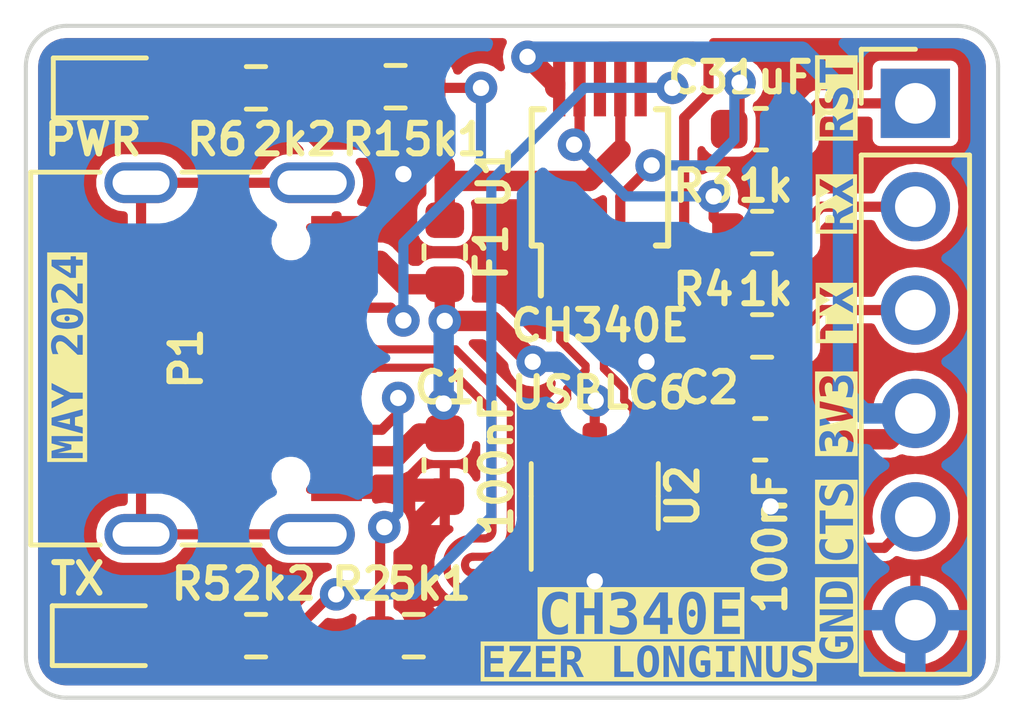
<source format=kicad_pcb>
(kicad_pcb (version 20221018) (generator pcbnew)
  (layers (0 "F.Cu" signal) (31 "B.Cu" signal) (34 "B.Paste" user) (35 "F.Paste" user) (36 "B.SilkS" user "B.Silkscreen") (37 "F.SilkS" user "F.Silkscreen") (38 "B.Mask" user) (39 "F.Mask" user) (44 "Edge.Cuts" user))
  (net 0 "")
  (net 1 "GND")
  (net 2 "VBUS")
  (net 3 "+3V3")
  (net 4 "Net-(U1-~{RTS})")
  (net 5 "RST")
  (net 6 "Net-(D1-A)")
  (net 7 "Net-(D2-A)")
  (net 8 "+5V")
  (net 9 "RXI")
  (net 10 "TXO")
  (net 11 "CTS")
  (net 12 "Net-(P1-CC)")
  (net 13 "USB_DP")
  (net 14 "USB_DN")
  (net 15 "Net-(P1-VCONN)")
  (net 16 "unconnected-(P1-SHIELD-PadS1)")
  (net 17 "Net-(U1-RXD)")
  (net 18 "Net-(U1-TXD)")
  (net 19 "Net-(U1-TNOW)")
  (net 20 "DP")
  (net 21 "DN")
  (footprint "Capacitor_SMD:C_0603_1608Metric" (layer "F.Cu") (at 151.13 105.664 180)
    (fp_text reference "C2" (at 1.27 1.27) (layer "F.SilkS") (effects (font (size 0.75 0.75))))
    (fp_text value "100nF" (at -0.254 -2.54 90) (layer "F.SilkS") (effects (font (size 0.75 0.75))))
    (fp_line (start -0.14058 -0.51) (end 0.14058 -0.51) (stroke (width 0.12)) (layer "F.SilkS"))
    (fp_line (start -0.14058 0.51) (end 0.14058 0.51) (stroke (width 0.12)) (layer "F.SilkS"))
    (pad "1" smd roundrect (at -0.775 0 180) (size 0.9 0.95) (layers "F.Cu" "F.Paste" "F.Mask") (net 3 "+3V3"))
    (pad "2" smd roundrect (at 0.775 0 180) (size 0.9 0.95) (layers "F.Cu" "F.Paste" "F.Mask") (net 1 "GND"))
  )
  (footprint "Capacitor_SMD:C_0603_1608Metric" (layer "F.Cu") (at 151.143 98.044)
    (fp_text reference "C3" (at -1.537 -1.27) (layer "F.SilkS") (effects (font (size 0.75 0.75))))
    (fp_text value "1uF" (at 0.241 -1.27) (layer "F.SilkS") (effects (font (size 0.75 0.75))))
    (fp_line (start -0.14058 -0.51) (end 0.14058 -0.51) (stroke (width 0.12)) (layer "F.SilkS"))
    (fp_line (start -0.14058 0.51) (end 0.14058 0.51) (stroke (width 0.12)) (layer "F.SilkS"))
    (pad "1" smd roundrect (at -0.775 0) (size 0.9 0.95) (layers "F.Cu" "F.Paste" "F.Mask") (net 4 "Net-(U1-~{RTS})"))
    (pad "2" smd roundrect (at 0.775 0) (size 0.9 0.95) (layers "F.Cu" "F.Paste" "F.Mask") (net 5 "RST"))
  )
  (footprint "Resistor_SMD:R_0603_1608Metric" (layer "F.Cu") (at 138.747 97.028 180)
    (fp_text reference "R6" (at 0.952 -1.27) (layer "F.SilkS") (effects (font (size 0.75 0.75))))
    (fp_text value "2k2" (at -0.953 -1.27) (layer "F.SilkS") (effects (font (size 0.75 0.75))))
    (fp_line (start -0.237258 -0.5225) (end 0.237258 -0.5225) (stroke (width 0.12)) (layer "F.SilkS"))
    (fp_line (start -0.237258 0.5225) (end 0.237258 0.5225) (stroke (width 0.12)) (layer "F.SilkS"))
    (pad "1" smd roundrect (at -0.825 0 180) (size 0.8 0.95) (layers "F.Cu" "F.Paste" "F.Mask") (net 8 "+5V"))
    (pad "2" smd roundrect (at 0.825 0 180) (size 0.8 0.95) (layers "F.Cu" "F.Paste" "F.Mask") (net 7 "Net-(D2-A)"))
  )
  (footprint "Fuse:Fuse_0603_1608Metric" (layer "F.Cu") (at 143.383 101.0665 90)
    (fp_text reference "F1" (at 0 1.143 90) (layer "F.SilkS") (effects (font (size 0.75 0.75))))
    (fp_text value "JFC0603-0500FS" hide)
    (fp_line (start -0.162779 -0.51) (end 0.162779 -0.51) (stroke (width 0.12)) (layer "F.SilkS"))
    (fp_line (start -0.162779 0.51) (end 0.162779 0.51) (stroke (width 0.12)) (layer "F.SilkS"))
    (pad "1" smd roundrect (at -0.7875 0 90) (size 0.875 0.95) (layers "F.Cu" "F.Paste" "F.Mask") (net 2 "VBUS"))
    (pad "2" smd roundrect (at 0.7875 0 90) (size 0.875 0.95) (layers "F.Cu" "F.Paste" "F.Mask") (net 8 "+5V"))
  )
  (footprint "Resistor_SMD:R_0603_1608Metric" (layer "F.Cu") (at 151.175 100.584 180)
    (fp_text reference "R3" (at 1.442 1.143) (layer "F.SilkS") (effects (font (size 0.75 0.75))))
    (fp_text value "1k" (at -0.082 1.143) (layer "F.SilkS") (effects (font (size 0.75 0.75))))
    (fp_line (start -0.237258 -0.5225) (end 0.237258 -0.5225) (stroke (width 0.12)) (layer "F.SilkS"))
    (fp_line (start -0.237258 0.5225) (end 0.237258 0.5225) (stroke (width 0.12)) (layer "F.SilkS"))
    (pad "1" smd roundrect (at -0.825 0 180) (size 0.8 0.95) (layers "F.Cu" "F.Paste" "F.Mask") (net 9 "RXI"))
    (pad "2" smd roundrect (at 0.825 0 180) (size 0.8 0.95) (layers "F.Cu" "F.Paste" "F.Mask") (net 17 "Net-(U1-RXD)"))
  )
  (footprint "Package_TO_SOT_SMD:SOT-23-6" (layer "F.Cu") (at 147.066 107.061 90)
    (fp_text reference "U2" (at 0 2.159 90) (layer "F.SilkS") (effects (font (size 0.75 0.75))))
    (fp_text value "USBLC6" (at 2.54 0.127 180) (layer "F.SilkS") (effects (font (size 0.75 0.75))))
    (fp_line (start 0 -1.56) (end -1.8 -1.56) (stroke (width 0.12)) (layer "F.SilkS"))
    (fp_line (start 0 -1.56) (end 0.8 -1.56) (stroke (width 0.12)) (layer "F.SilkS"))
    (fp_line (start 0 1.56) (end -0.8 1.56) (stroke (width 0.12)) (layer "F.SilkS"))
    (fp_line (start 0 1.56) (end 0.8 1.56) (stroke (width 0.12)) (layer "F.SilkS"))
    (pad "1" smd roundrect (at -1.1375 -0.95 90) (size 1.325 0.6) (layers "F.Cu" "F.Paste" "F.Mask") (net 13 "USB_DP"))
    (pad "2" smd roundrect (at -1.1375 0 90) (size 1.325 0.6) (layers "F.Cu" "F.Paste" "F.Mask") (net 1 "GND"))
    (pad "3" smd roundrect (at -1.1375 0.95 90) (size 1.325 0.6) (layers "F.Cu" "F.Paste" "F.Mask") (net 14 "USB_DN"))
    (pad "4" smd roundrect (at 1.1375 0.95 90) (size 1.325 0.6) (layers "F.Cu" "F.Paste" "F.Mask") (net 21 "DN"))
    (pad "5" smd roundrect (at 1.1375 0 90) (size 1.325 0.6) (layers "F.Cu" "F.Paste" "F.Mask") (net 2 "VBUS"))
    (pad "6" smd roundrect (at 1.1375 -0.95 90) (size 1.325 0.6) (layers "F.Cu" "F.Paste" "F.Mask") (net 20 "DP"))
  )
  (footprint "LED_SMD:LED_0603_1608Metric" (layer "F.Cu") (at 135.255 97.028)
    (fp_text reference "D2" hide)
    (fp_text value "PWR" (at -0.508 1.27) (layer "F.SilkS" knockout) (effects (font (size 0.75 0.75) (thickness 0.15) bold)))
    (fp_line (start -1.485 -0.735) (end -1.485 0.735) (stroke (width 0.12)) (layer "F.SilkS"))
    (fp_line (start -1.485 0.735) (end 0.8 0.735) (stroke (width 0.12)) (layer "F.SilkS"))
    (fp_line (start 0.8 -0.735) (end -1.485 -0.735) (stroke (width 0.12)) (layer "F.SilkS"))
    (pad "1" smd roundrect (at -0.7875 0) (size 0.875 0.95) (layers "F.Cu" "F.Paste" "F.Mask") (net 1 "GND"))
    (pad "2" smd roundrect (at 0.7875 0) (size 0.875 0.95) (layers "F.Cu" "F.Paste" "F.Mask") (net 7 "Net-(D2-A)"))
  )
  (footprint "Package_SO:MSOP-10_3x3mm_P0.5mm" (layer "F.Cu") (at 147.193 99.228 90)
    (fp_text reference "U1" (at 0 -2.6 90) (layer "F.SilkS") (effects (font (size 0.75 0.75))))
    (fp_text value "CH340E" (at -3.642 0 180) (layer "F.SilkS") (effects (font (size 0.75 0.75))))
    (fp_line (start -1.675 -1.675) (end -1.675 -1.45) (stroke (width 0.15)) (layer "F.SilkS"))
    (fp_line (start -1.675 -1.675) (end 1.675 -1.675) (stroke (width 0.15)) (layer "F.SilkS"))
    (fp_line (start -1.675 -1.45) (end -2.9 -1.45) (stroke (width 0.15)) (layer "F.SilkS"))
    (fp_line (start -1.675 1.675) (end -1.675 1.375) (stroke (width 0.15)) (layer "F.SilkS"))
    (fp_line (start -1.675 1.675) (end 1.675 1.675) (stroke (width 0.15)) (layer "F.SilkS"))
    (fp_line (start 1.675 -1.675) (end 1.675 -1.375) (stroke (width 0.15)) (layer "F.SilkS"))
    (fp_line (start 1.675 1.675) (end 1.675 1.375) (stroke (width 0.15)) (layer "F.SilkS"))
    (pad "1" smd rect (at -2.2 -1 90) (size 1.4 0.3) (layers "F.Cu" "F.Paste" "F.Mask") (net 20 "DP"))
    (pad "2" smd rect (at -2.2 -0.5 90) (size 1.4 0.3) (layers "F.Cu" "F.Paste" "F.Mask") (net 21 "DN"))
    (pad "3" smd rect (at -2.2 0 90) (size 1.4 0.3) (layers "F.Cu" "F.Paste" "F.Mask") (net 1 "GND"))
    (pad "4" smd rect (at -2.2 0.5 90) (size 1.4 0.3) (layers "F.Cu" "F.Paste" "F.Mask") (net 4 "Net-(U1-~{RTS})"))
    (pad "5" smd rect (at -2.2 1 90) (size 1.4 0.3) (layers "F.Cu" "F.Paste" "F.Mask") (net 11 "CTS"))
    (pad "6" smd rect (at 2.2 1 90) (size 1.4 0.3) (layers "F.Cu" "F.Paste" "F.Mask") (net 19 "Net-(U1-TNOW)"))
    (pad "7" smd rect (at 2.2 0.5 90) (size 1.4 0.3) (layers "F.Cu" "F.Paste" "F.Mask") (net 8 "+5V"))
    (pad "8" smd rect (at 2.2 0 90) (size 1.4 0.3) (layers "F.Cu" "F.Paste" "F.Mask") (net 18 "Net-(U1-TXD)"))
    (pad "9" smd rect (at 2.2 -0.5 90) (size 1.4 0.3) (layers "F.Cu" "F.Paste" "F.Mask") (net 17 "Net-(U1-RXD)"))
    (pad "10" smd rect (at 2.2 -1 90) (size 1.4 0.3) (layers "F.Cu" "F.Paste" "F.Mask") (net 3 "+3V3"))
  )
  (footprint "Connector_USB:USB_C_Receptacle_G-Switch_GT-USB-7010ASV" (layer "F.Cu") (at 137 103.68 -90)
    (fp_text reference "P1" (at 0 -0.033 90) (layer "F.SilkS") (effects (font (size 0.75 0.75))))
    (fp_text value "USB_C_Plug_USB2.0" hide)
    (fp_line (start -4.58 -1.85) (end -4.58 0.07) (stroke (width 0.12)) (layer "F.SilkS"))
    (fp_line (start -4.58 3.785) (end -4.58 2.08) (stroke (width 0.12)) (layer "F.SilkS"))
    (fp_line (start 4.58 0.07) (end 4.58 -1.85) (stroke (width 0.12)) (layer "F.SilkS"))
    (fp_line (start 4.58 2.08) (end 4.58 3.785) (stroke (width 0.12)) (layer "F.SilkS"))
    (fp_line (start 4.58 3.785) (end -4.58 3.785) (stroke (width 0.12)) (layer "F.SilkS"))
    (pad "" np_thru_hole circle (at -2.89 -2.605 270) (size 0.65 0.65) (drill 0.65) (layers "*.Cu" "*.Mask"))
    (pad "" np_thru_hole circle (at 2.89 -2.605 270) (size 0.65 0.65) (drill 0.65) (layers "*.Cu" "*.Mask"))
    (pad "A1" smd rect (at -3.2 -3.725 270) (size 0.6 1.24) (layers "F.Cu" "F.Paste" "F.Mask") (net 1 "GND"))
    (pad "A4" smd rect (at -2.4 -3.725 270) (size 0.6 1.24) (layers "F.Cu" "F.Paste" "F.Mask") (net 2 "VBUS"))
    (pad "A5" smd rect (at -1.25 -3.725 270) (size 0.3 1.24) (layers "F.Cu" "F.Paste" "F.Mask") (net 12 "Net-(P1-CC)"))
    (pad "A6" smd rect (at -0.25 -3.725 270) (size 0.3 1.24) (layers "F.Cu" "F.Paste" "F.Mask") (net 13 "USB_DP"))
    (pad "A7" smd rect (at 0.25 -3.725 270) (size 0.3 1.24) (layers "F.Cu" "F.Paste" "F.Mask") (net 14 "USB_DN"))
    (pad "A8" smd rect (at 1.25 -3.725 270) (size 0.3 1.24) (layers "F.Cu" "F.Paste" "F.Mask"))
    (pad "A9" smd rect (at 2.4 -3.725 270) (size 0.6 1.24) (layers "F.Cu" "F.Paste" "F.Mask") (net 2 "VBUS"))
    (pad "A12" smd rect (at 3.2 -3.725 270) (size 0.6 1.24) (layers "F.Cu" "F.Paste" "F.Mask") (net 1 "GND"))
    (pad "B1" smd rect (at 3.2 -3.725 270) (size 0.6 1.24) (layers "F.Cu" "F.Paste" "F.Mask") (net 1 "GND"))
    (pad "B4" smd rect (at 2.4 -3.725 270) (size 0.6 1.24) (layers "F.Cu" "F.Paste" "F.Mask") (net 2 "VBUS"))
    (pad "B5" smd rect (at 1.75 -3.725 270) (size 0.3 1.24) (layers "F.Cu" "F.Paste" "F.Mask") (net 15 "Net-(P1-VCONN)"))
    (pad "B6" smd rect (at 0.75 -3.725 270) (size 0.3 1.24) (layers "F.Cu" "F.Paste" "F.Mask"))
    (pad "B7" smd rect (at -0.75 -3.725 270) (size 0.3 1.24) (layers "F.Cu" "F.Paste" "F.Mask"))
    (pad "B8" smd rect (at -1.75 -3.725 270) (size 0.3 1.24) (layers "F.Cu" "F.Paste" "F.Mask"))
    (pad "B9" smd rect (at -2.4 -3.725 270) (size 0.6 1.24) (layers "F.Cu" "F.Paste" "F.Mask") (net 2 "VBUS"))
    (pad "B12" smd rect (at -3.2 -3.725 270) (size 0.6 1.24) (layers "F.Cu" "F.Paste" "F.Mask") (net 1 "GND"))
    (pad "S1" thru_hole oval (at -4.32 -3.125 270) (size 1 2.1) (drill oval 0.6 1.7) (layers "*.Cu" "*.Mask") (net 16 "unconnected-(P1-SHIELD-PadS1)"))
    (pad "S1" thru_hole oval (at -4.32 1.075 270) (size 1 1.8) (drill oval 0.6 1.4) (layers "*.Cu" "*.Mask") (net 16 "unconnected-(P1-SHIELD-PadS1)"))
    (pad "S1" thru_hole oval (at 4.32 -3.125 270) (size 1 2.1) (drill oval 0.6 1.7) (layers "*.Cu" "*.Mask") (net 16 "unconnected-(P1-SHIELD-PadS1)"))
    (pad "S1" thru_hole oval (at 4.32 1.075 270) (size 1 1.8) (drill oval 0.6 1.4) (layers "*.Cu" "*.Mask") (net 16 "unconnected-(P1-SHIELD-PadS1)"))
  )
  (footprint "Capacitor_SMD:C_0603_1608Metric" (layer "F.Cu") (at 143.383 106.299 90)
    (fp_text reference "C1" (at 1.905 0 180) (layer "F.SilkS") (effects (font (size 0.75 0.75))))
    (fp_text value "100nF" (at 0 1.27 90) (layer "F.SilkS") (effects (font (size 0.75 0.75))))
    (fp_line (start -0.14058 -0.51) (end 0.14058 -0.51) (stroke (width 0.12)) (layer "F.SilkS"))
    (fp_line (start -0.14058 0.51) (end 0.14058 0.51) (stroke (width 0.12)) (layer "F.SilkS"))
    (pad "1" smd roundrect (at -0.775 0 90) (size 0.9 0.95) (layers "F.Cu" "F.Paste" "F.Mask") (net 1 "GND"))
    (pad "2" smd roundrect (at 0.775 0 90) (size 0.9 0.95) (layers "F.Cu" "F.Paste" "F.Mask") (net 2 "VBUS"))
  )
  (footprint "Resistor_SMD:R_0603_1608Metric" (layer "F.Cu") (at 151.175 103.124 180)
    (fp_text reference "R4" (at 1.442 1.143) (layer "F.SilkS") (effects (font (size 0.75 0.75))))
    (fp_text value "1k" (at -0.082 1.143) (layer "F.SilkS") (effects (font (size 0.75 0.75))))
    (fp_line (start -0.237258 -0.5225) (end 0.237258 -0.5225) (stroke (width 0.12)) (layer "F.SilkS"))
    (fp_line (start -0.237258 0.5225) (end 0.237258 0.5225) (stroke (width 0.12)) (layer "F.SilkS"))
    (pad "1" smd roundrect (at -0.825 0 180) (size 0.8 0.95) (layers "F.Cu" "F.Paste" "F.Mask") (net 10 "TXO"))
    (pad "2" smd roundrect (at 0.825 0 180) (size 0.8 0.95) (layers "F.Cu" "F.Paste" "F.Mask") (net 18 "Net-(U1-TXD)"))
  )
  (footprint "Connector_PinHeader_2.54mm:PinHeader_1x06_P2.54mm_Vertical" (layer "F.Cu") (at 154.94 97.409)
    (fp_text reference "J1" hide)
    (fp_text value "Conn_01x06_Pin" hide)
    (fp_line (start -1.33 -1.33) (end 0 -1.33) (stroke (width 0.12)) (layer "F.SilkS"))
    (fp_line (start -1.33 0) (end -1.33 -1.33) (stroke (width 0.12)) (layer "F.SilkS"))
    (fp_line (start -1.33 1.27) (end -1.33 14.03) (stroke (width 0.12)) (layer "F.SilkS"))
    (fp_line (start -1.33 1.27) (end 1.33 1.27) (stroke (width 0.12)) (layer "F.SilkS"))
    (fp_line (start -1.33 14.03) (end 1.33 14.03) (stroke (width 0.12)) (layer "F.SilkS"))
    (fp_line (start 1.33 1.27) (end 1.33 14.03) (stroke (width 0.12)) (layer "F.SilkS"))
    (pad "1" thru_hole rect (at 0 0) (size 1.7 1.7) (drill 1) (layers "*.Cu" "*.Mask") (net 5 "RST"))
    (pad "2" thru_hole oval (at 0 2.54) (size 1.7 1.7) (drill 1) (layers "*.Cu" "*.Mask") (net 9 "RXI"))
    (pad "3" thru_hole oval (at 0 5.08) (size 1.7 1.7) (drill 1) (layers "*.Cu" "*.Mask") (net 10 "TXO"))
    (pad "4" thru_hole oval (at 0 7.62) (size 1.7 1.7) (drill 1) (layers "*.Cu" "*.Mask") (net 3 "+3V3"))
    (pad "5" thru_hole oval (at 0 10.16) (size 1.7 1.7) (drill 1) (layers "*.Cu" "*.Mask") (net 11 "CTS"))
    (pad "6" thru_hole oval (at 0 12.7) (size 1.7 1.7) (drill 1) (layers "*.Cu" "*.Mask") (net 1 "GND"))
  )
  (footprint "LED_SMD:LED_0603_1608Metric" (layer "F.Cu") (at 135.2295 110.49)
    (fp_text reference "D1" hide)
    (fp_text value "TX" (at -0.8635 -1.397) (layer "F.SilkS" knockout) (effects (font (size 0.75 0.75) (thickness 0.15) bold)))
    (fp_line (start -1.485 -0.735) (end -1.485 0.735) (stroke (width 0.12)) (layer "F.SilkS"))
    (fp_line (start -1.485 0.735) (end 0.8 0.735) (stroke (width 0.12)) (layer "F.SilkS"))
    (fp_line (start 0.8 -0.735) (end -1.485 -0.735) (stroke (width 0.12)) (layer "F.SilkS"))
    (pad "1" smd roundrect (at -0.7875 0) (size 0.875 0.95) (layers "F.Cu" "F.Paste" "F.Mask") (net 1 "GND"))
    (pad "2" smd roundrect (at 0.7875 0) (size 0.875 0.95) (layers "F.Cu" "F.Paste" "F.Mask") (net 6 "Net-(D1-A)"))
  )
  (footprint "Resistor_SMD:R_0603_1608Metric" (layer "F.Cu") (at 142.175 97 180)
    (fp_text reference "R1" (at 0.57 -1.298) (layer "F.SilkS") (effects (font (size 0.75 0.75))))
    (fp_text value "5k1" (at -1.208 -1.298) (layer "F.SilkS") (effects (font (size 0.75 0.75))))
    (fp_line (start -0.237258 -0.5225) (end 0.237258 -0.5225) (stroke (width 0.12)) (layer "F.SilkS"))
    (fp_line (start -0.237258 0.5225) (end 0.237258 0.5225) (stroke (width 0.12)) (layer "F.SilkS"))
    (pad "1" smd roundrect (at -0.825 0 180) (size 0.8 0.95) (layers "F.Cu" "F.Paste" "F.Mask") (net 12 "Net-(P1-CC)"))
    (pad "2" smd roundrect (at 0.825 0 180) (size 0.8 0.95) (layers "F.Cu" "F.Paste" "F.Mask") (net 1 "GND"))
  )
  (footprint "Resistor_SMD:R_0603_1608Metric" (layer "F.Cu") (at 138.748 110.49 180)
    (fp_text reference "R5" (at 1.334 1.27) (layer "F.SilkS") (effects (font (size 0.75 0.75))))
    (fp_text value "2k2" (at -0.444 1.27) (layer "F.SilkS") (effects (font (size 0.75 0.75))))
    (fp_line (start -0.237258 -0.5225) (end 0.237258 -0.5225) (stroke (width 0.12)) (layer "F.SilkS"))
    (fp_line (start -0.237258 0.5225) (end 0.237258 0.5225) (stroke (width 0.12)) (layer "F.SilkS"))
    (pad "1" smd roundrect (at -0.825 0 180) (size 0.8 0.95) (layers "F.Cu" "F.Paste" "F.Mask") (net 19 "Net-(U1-TNOW)"))
    (pad "2" smd roundrect (at 0.825 0 180) (size 0.8 0.95) (layers "F.Cu" "F.Paste" "F.Mask") (net 6 "Net-(D1-A)"))
  )
  (footprint "Resistor_SMD:R_0603_1608Metric" (layer "F.Cu") (at 142.621 110.49)
    (fp_text reference "R2" (at -1.27 -1.27) (layer "F.SilkS") (effects (font (size 0.75 0.75))))
    (fp_text value "5k1" (at 0.381 -1.27) (layer "F.SilkS") (effects (font (size 0.75 0.75))))
    (fp_line (start -0.237258 -0.5225) (end 0.237258 -0.5225) (stroke (width 0.12)) (layer "F.SilkS"))
    (fp_line (start -0.237258 0.5225) (end 0.237258 0.5225) (stroke (width 0.12)) (layer "F.SilkS"))
    (pad "1" smd roundrect (at -0.825 0) (size 0.8 0.95) (layers "F.Cu" "F.Paste" "F.Mask") (net 15 "Net-(P1-VCONN)"))
    (pad "2" smd roundrect (at 0.825 0) (size 0.8 0.95) (layers "F.Cu" "F.Paste" "F.Mask") (net 1 "GND"))
  )
  (gr_line (start 156.972 111.014) (end 156.972 96.504) (stroke (width 0.1)) (layer "Edge.Cuts"))
  (gr_arc (start 156.972 111.014) (mid 156.679107 111.721107) (end 155.972 112.014) (stroke (width 0.1)) (layer "Edge.Cuts"))
  (gr_arc (start 134.096 112.014) (mid 133.388893 111.721107) (end 133.096 111.014) (stroke (width 0.1)) (layer "Edge.Cuts"))
  (gr_line (start 155.972 95.504) (end 134.096 95.504) (stroke (width 0.1)) (layer "Edge.Cuts"))
  (gr_arc (start 133.096 96.504) (mid 133.388893 95.796893) (end 134.096 95.504) (stroke (width 0.1)) (layer "Edge.Cuts"))
  (gr_arc (start 155.972 95.504) (mid 156.679107 95.796893) (end 156.972 96.504) (stroke (width 0.1)) (layer "Edge.Cuts"))
  (gr_line (start 134.096 112.014) (end 155.972 112.014) (stroke (width 0.1)) (layer "Edge.Cuts"))
  (gr_line (start 133.096 96.504) (end 133.096 111.014) (stroke (width 0.1)) (layer "Edge.Cuts"))
  (gr_text "TX" (at 153.543 103.251 90) (layer "F.SilkS" knockout) (effects (font (size 0.8 0.8) (thickness 0.2) bold) (justify left bottom)))
  (gr_text "GND" (at 153.543 111.125 90) (layer "F.SilkS" knockout) (effects (font (size 0.8 0.8) (thickness 0.2) bold) (justify left bottom)))
  (gr_text "RST" (at 153.543 98.298 90) (layer "F.SilkS" knockout) (effects (font (size 0.8 0.8) (thickness 0.2) bold) (justify left bottom)))
  (gr_text "CH340E" (at 145.669 110.617) (layer "F.SilkS" knockout) (effects (font (size 1 1) (thickness 0.14) bold) (justify left bottom)))
  (gr_text "EZER LONGINUS" (at 144.272 111.633) (layer "F.SilkS" knockout) (effects (font (size 0.75 0.75) (thickness 0.1875) bold) (justify left bottom)))
  (gr_text "MAY 2024" (at 134.62 106.172 90) (layer "F.SilkS" knockout) (effects (font (size 0.75 0.75) (thickness 0.1875) bold) (justify left bottom)))
  (gr_text "RX" (at 153.543 100.584 90) (layer "F.SilkS" knockout) (effects (font (size 0.8 0.8) (thickness 0.2) bold) (justify left bottom)))
  (gr_text "CTS" (at 153.543 108.712 90) (layer "F.SilkS" knockout) (effects (font (size 0.8 0.8) (thickness 0.2) bold) (justify left bottom)))
  (gr_text "3V3\n" (at 153.543 106.045 90) (layer "F.SilkS" knockout) (effects (font (size 0.8 0.8) (thickness 0.2) bold) (justify left bottom)))
  (segment (start 143.189 106.88) (end 143.383 107.074) (width 0.5) (layer "F.Cu") (net 1))
  (segment (start 147.066 108.1985) (end 147.066 109.153008) (width 0.25) (layer "F.Cu") (net 1))
  (segment (start 142.748 107.709) (end 143.383 107.074) (width 0.5) (layer "F.Cu") (net 1))
  (segment (start 142.113 100.33) (end 142.113 99.4015) (width 0.5) (layer "F.Cu") (net 1))
  (segment (start 141.963 100.48) (end 142.113 100.33) (width 0.5) (layer "F.Cu") (net 1))
  (segment (start 143.446 110.49) (end 142.748 109.792) (width 0.5) (layer "F.Cu") (net 1))
  (segment (start 140.725 100.48) (end 141.963 100.48) (width 0.5) (layer "F.Cu") (net 1))
  (segment (start 142.113 99.4015) (end 142.367 99.1475) (width 0.5) (layer "F.Cu") (net 1))
  (segment (start 142.748 109.792) (end 142.748 107.709) (width 0.5) (layer "F.Cu") (net 1))
  (segment (start 140.725 106.88) (end 143.189 106.88) (width 0.5) (layer "F.Cu") (net 1))
  (via (at 147.066 109.153008) (size 0.8) (drill 0.4) (layers "F.Cu" "B.Cu") (net 1))
  (via (at 148.336 103.759) (size 0.8) (drill 0.4) (layers "F.Cu" "B.Cu") (net 1))
  (via (at 142.367 99.1475) (size 0.8) (drill 0.4) (layers "F.Cu" "B.Cu") (net 1))
  (via (at 151.384 107.315) (size 0.8) (drill 0.4) (layers "F.Cu" "B.Cu") (net 1))
  (segment (start 142.367 101.854) (end 143.383 101.854) (width 0.5) (layer "F.Cu") (net 2))
  (segment (start 142.761 105.524) (end 142.205 106.08) (width 0.5) (layer "F.Cu") (net 2))
  (segment (start 141.793 101.28) (end 142.367 101.854) (width 0.5) (layer "F.Cu") (net 2))
  (segment (start 143.383 105.524) (end 143.383 104.812444) (width 0.5) (layer "F.Cu") (net 2))
  (segment (start 143.383 104.812444) (end 143.35647 104.785914) (width 0.5) (layer "F.Cu") (net 2))
  (segment (start 144.5385 102.7555) (end 145.542 103.759) (width 0.5) (layer "F.Cu") (net 2))
  (segment (start 147.066 105.9235) (end 147.066 104.73552) (width 0.25) (layer "F.Cu") (net 2))
  (segment (start 143.383 102.7555) (end 143.383 101.854) (width 0.5) (layer "F.Cu") (net 2))
  (segment (start 147.066 104.73552) (end 147.08902 104.7125) (width 0.25) (layer "F.Cu") (net 2))
  (segment (start 143.383 102.7555) (end 144.5385 102.7555) (width 0.5) (layer "F.Cu") (net 2))
  (segment (start 142.205 106.08) (end 140.725 106.08) (width 0.5) (layer "F.Cu") (net 2))
  (segment (start 140.725 101.28) (end 141.793 101.28) (width 0.5) (layer "F.Cu") (net 2))
  (segment (start 143.383 105.524) (end 142.761 105.524) (width 0.5) (layer "F.Cu") (net 2))
  (via (at 143.383 102.7555) (size 0.8) (drill 0.4) (layers "F.Cu" "B.Cu") (net 2))
  (via (at 143.35647 104.785914) (size 0.8) (drill 0.4) (layers "F.Cu" "B.Cu") (net 2))
  (via (at 145.542 103.759) (size 0.8) (drill 0.4) (layers "F.Cu" "B.Cu") (net 2))
  (via (at 147.08902 104.7125) (size 0.8) (drill 0.4) (layers "F.Cu" "B.Cu") (net 2))
  (segment (start 145.542 103.759) (end 146.13552 103.759) (width 0.5) (layer "B.Cu") (net 2))
  (segment (start 143.35647 104.785914) (end 143.35647 102.78203) (width 0.5) (layer "B.Cu") (net 2))
  (segment (start 146.13552 103.759) (end 147.08902 104.7125) (width 0.5) (layer "B.Cu") (net 2))
  (segment (start 143.35647 102.78203) (end 143.383 102.7555) (width 0.5) (layer "B.Cu") (net 2))
  (segment (start 145.415 96.266) (end 145.431 96.266) (width 0.5) (layer "F.Cu") (net 3))
  (segment (start 146.093 96.928) (end 146.093 97.028) (width 0.5) (layer "F.Cu") (net 3))
  (segment (start 154.305 105.664) (end 154.94 105.029) (width 0.5) (layer "F.Cu") (net 3))
  (segment (start 145.431 96.266) (end 146.093 96.928) (width 0.5) (layer "F.Cu") (net 3))
  (segment (start 151.905 105.664) (end 154.305 105.664) (width 0.5) (layer "F.Cu") (net 3))
  (via (at 145.415 96.266) (size 0.8) (drill 0.4) (layers "F.Cu" "B.Cu") (net 3))
  (segment (start 145.542 96.139) (end 145.415 96.266) (width 0.5) (layer "B.Cu") (net 3))
  (segment (start 153.67 105.029) (end 153.162 104.521) (width 0.5) (layer "B.Cu") (net 3))
  (segment (start 154.94 105.029) (end 153.67 105.029) (width 0.5) (layer "B.Cu") (net 3))
  (segment (start 153.162 104.521) (end 153.162 97.155) (width 0.5) (layer "B.Cu") (net 3))
  (segment (start 152.146 96.139) (end 145.542 96.139) (width 0.5) (layer "B.Cu") (net 3))
  (segment (start 153.162 97.155) (end 152.146 96.139) (width 0.5) (layer "B.Cu") (net 3))
  (segment (start 150.622 97.79) (end 150.368 98.044) (width 0.25) (layer "F.Cu") (net 4))
  (segment (start 147.693 101.428) (end 147.693 99.703) (width 0.25) (layer "F.Cu") (net 4))
  (segment (start 150.622 96.901) (end 150.622 97.79) (width 0.25) (layer "F.Cu") (net 4))
  (segment (start 147.693 99.703) (end 148.463 98.933) (width 0.25) (layer "F.Cu") (net 4))
  (via (at 150.622 96.901) (size 0.8) (drill 0.4) (layers "F.Cu" "B.Cu") (net 4))
  (via (at 148.463 98.933) (size 0.8) (drill 0.4) (layers "F.Cu" "B.Cu") (net 4))
  (segment (start 148.463 98.933) (end 149.86 98.933) (width 0.25) (layer "B.Cu") (net 4))
  (segment (start 150.495 98.298) (end 150.495 97.028) (width 0.25) (layer "B.Cu") (net 4))
  (segment (start 150.495 97.028) (end 150.622 96.901) (width 0.25) (layer "B.Cu") (net 4))
  (segment (start 149.86 98.933) (end 150.495 98.298) (width 0.25) (layer "B.Cu") (net 4))
  (segment (start 151.918 98.044) (end 152.553 97.409) (width 0.25) (layer "F.Cu") (net 5))
  (segment (start 152.553 97.409) (end 154.94 97.409) (width 0.25) (layer "F.Cu") (net 5))
  (segment (start 136.017 110.49) (end 137.923 110.49) (width 0.25) (layer "F.Cu") (net 6))
  (segment (start 136.017 97.028) (end 137.922 97.028) (width 0.25) (layer "F.Cu") (net 7))
  (segment (start 147.693 98.544) (end 147.701 98.552) (width 0.25) (layer "F.Cu") (net 8))
  (segment (start 139.572 97.535) (end 140.335 98.298) (width 0.5) (layer "F.Cu") (net 8))
  (segment (start 143.383 99.314) (end 146.939 99.314) (width 0.5) (layer "F.Cu") (net 8))
  (segment (start 143.383 99.314) (end 143.383 100.279) (width 0.5) (layer "F.Cu") (net 8))
  (segment (start 143.383 98.933) (end 143.383 99.314) (width 0.5) (layer "F.Cu") (net 8))
  (segment (start 147.693 97.028) (end 147.693 98.544) (width 0.25) (layer "F.Cu") (net 8))
  (segment (start 146.939 99.314) (end 147.701 98.552) (width 0.5) (layer "F.Cu") (net 8))
  (segment (start 142.748 98.298) (end 143.383 98.933) (width 0.5) (layer "F.Cu") (net 8))
  (segment (start 140.335 98.298) (end 142.748 98.298) (width 0.5) (layer "F.Cu") (net 8))
  (segment (start 139.572 97.028) (end 139.572 97.535) (width 0.5) (layer "F.Cu") (net 8))
  (segment (start 152 100.584) (end 152.635 99.949) (width 0.25) (layer "F.Cu") (net 9))
  (segment (start 152.635 99.949) (end 154.94 99.949) (width 0.25) (layer "F.Cu") (net 9))
  (segment (start 152.635 102.489) (end 154.94 102.489) (width 0.25) (layer "F.Cu") (net 10))
  (segment (start 152 103.124) (end 152.635 102.489) (width 0.25) (layer "F.Cu") (net 10))
  (segment (start 148.193 102.291604) (end 149.061698 103.160302) (width 0.25) (layer "F.Cu") (net 11))
  (segment (start 154.178 108.331) (end 149.987 108.331) (width 0.25) (layer "F.Cu") (net 11))
  (segment (start 149.098 103.196604) (end 149.061698 103.160302) (width 0.25) (layer "F.Cu") (net 11))
  (segment (start 149.098 107.442) (end 149.098 103.196604) (width 0.25) (layer "F.Cu") (net 11))
  (segment (start 149.987 108.331) (end 149.098 107.442) (width 0.25) (layer "F.Cu") (net 11))
  (segment (start 148.193 101.428) (end 148.193 102.291604) (width 0.25) (layer "F.Cu") (net 11))
  (segment (start 154.94 107.569) (end 154.178 108.331) (width 0.25) (layer "F.Cu") (net 11))
  (segment (start 140.725 102.43) (end 142.054 102.43) (width 0.25) (layer "F.Cu") (net 12))
  (segment (start 142.054 102.43) (end 142.367 102.743) (width 0.25) (layer "F.Cu") (net 12))
  (segment (start 144.272 97.028) (end 143.028 97.028) (width 0.25) (layer "F.Cu") (net 12))
  (segment (start 143.028 97.028) (end 143 97) (width 0.25) (layer "F.Cu") (net 12))
  (via (at 144.272 97.028) (size 0.8) (drill 0.4) (layers "F.Cu" "B.Cu") (net 12))
  (via (at 142.367 102.743) (size 0.8) (drill 0.4) (layers "F.Cu" "B.Cu") (net 12))
  (segment (start 142.367 102.743) (end 142.367 100.838) (width 0.25) (layer "B.Cu") (net 12))
  (segment (start 144.272 98.933) (end 144.272 97.028) (width 0.25) (layer "B.Cu") (net 12))
  (segment (start 142.367 100.838) (end 143.51 99.695) (width 0.25) (layer "B.Cu") (net 12))
  (segment (start 143.51 99.695) (end 144.272 98.933) (width 0.25) (layer "B.Cu") (net 12))
  (segment (start 145.3812 110.519) (end 145.005 110.1428) (width 0.2) (layer "F.Cu") (net 13))
  (segment (start 145.005 110.1428) (end 145.005 109.601) (width 0.2) (layer "F.Cu") (net 13))
  (segment (start 146.841 109.917251) (end 146.841 110.1428) (width 0.2) (layer "F.Cu") (net 13))
  (segment (start 141.655001 103.43) (end 140.725 103.43) (width 0.2) (layer "F.Cu") (net 13))
  (segment (start 146.116 109.192251) (end 146.841 109.917251) (width 0.2) (layer "F.Cu") (net 13))
  (segment (start 143.6512 103.455) (end 141.680001 103.455) (width 0.2) (layer "F.Cu") (net 13))
  (segment (start 146.4648 110.519) (end 145.3812 110.519) (width 0.2) (layer "F.Cu") (net 13))
  (segment (start 145.005 107.901) (end 145.005 107.816104) (width 0.2) (layer "F.Cu") (net 13))
  (segment (start 146.841 110.1428) (end 146.4648 110.519) (width 0.2) (layer "F.Cu") (net 13))
  (segment (start 144.355 108.951) (end 144.08 108.951) (width 0.2) (layer "F.Cu") (net 13))
  (segment (start 145.005 104.8088) (end 143.6512 103.455) (width 0.2) (layer "F.Cu") (net 13))
  (segment (start 146.116 108.1985) (end 146.116 109.192251) (width 0.2) (layer "F.Cu") (net 13))
  (segment (start 144.08 108.551) (end 144.355 108.551) (width 0.2) (layer "F.Cu") (net 13))
  (segment (start 141.680001 103.455) (end 141.655001 103.43) (width 0.2) (layer "F.Cu") (net 13))
  (segment (start 145.005 107.816104) (end 145.005 104.8088) (width 0.2) (layer "F.Cu") (net 13))
  (arc (start 144.08 108.951) (mid 143.938579 108.892421) (end 143.88 108.751) (width 0.2) (layer "F.Cu") (net 13))
  (arc (start 145.005 109.601) (mid 144.814619 109.141381) (end 144.355 108.951) (width 0.2) (layer "F.Cu") (net 13))
  (arc (start 144.355 108.551) (mid 144.814619 108.360619) (end 145.005 107.901) (width 0.2) (layer "F.Cu") (net 13))
  (arc (start 143.88 108.751) (mid 143.938579 108.609579) (end 144.08 108.551) (width 0.2) (layer "F.Cu") (net 13))
  (segment (start 141.655001 103.93) (end 140.725 103.93) (width 0.2) (layer "F.Cu") (net 14))
  (segment (start 148.016 108.1985) (end 148.016 109.192251) (width 0.2) (layer "F.Cu") (net 14))
  (segment (start 144.555 107.901) (end 144.555 107.816104) (width 0.2) (layer "F.Cu") (net 14))
  (segment (start 146.6512 110.969) (end 145.1948 110.969) (width 0.2) (layer "F.Cu") (net 14))
  (segment (start 147.291 110.3292) (end 146.6512 110.969) (width 0.2) (layer "F.Cu") (net 14))
  (segment (start 147.291 109.917251) (end 147.291 110.3292) (width 0.2) (layer "F.Cu") (net 14))
  (segment (start 145.1948 110.969) (end 144.555 110.3292) (width 0.2) (layer "F.Cu") (net 14))
  (segment (start 144.08 108.101) (end 144.355 108.101) (width 0.2) (layer "F.Cu") (net 14))
  (segment (start 141.680001 103.905) (end 141.655001 103.93) (width 0.2) (layer "F.Cu") (net 14))
  (segment (start 144.555 107.816104) (end 144.555 104.9952) (width 0.2) (layer "F.Cu") (net 14))
  (segment (start 144.555 110.3292) (end 144.555 109.601) (width 0.2) (layer "F.Cu") (net 14))
  (segment (start 143.4648 103.905) (end 141.680001 103.905) (width 0.2) (layer "F.Cu") (net 14))
  (segment (start 144.555 104.9952) (end 143.4648 103.905) (width 0.2) (layer "F.Cu") (net 14))
  (segment (start 144.355 109.401) (end 144.08 109.401) (width 0.2) (layer "F.Cu") (net 14))
  (segment (start 148.016 109.192251) (end 147.291 109.917251) (width 0.2) (layer "F.Cu") (net 14))
  (arc (start 144.08 109.401) (mid 143.620381 109.210619) (end 143.43 108.751) (width 0.2) (layer "F.Cu") (net 14))
  (arc (start 144.555 109.601) (mid 144.496421 109.459579) (end 144.355 109.401) (width 0.2) (layer "F.Cu") (net 14))
  (arc (start 143.43 108.751) (mid 143.620381 108.291381) (end 144.08 108.101) (width 0.2) (layer "F.Cu") (net 14))
  (arc (start 144.355 108.101) (mid 144.496421 108.042421) (end 144.555 107.901) (width 0.2) (layer "F.Cu") (net 14))
  (segment (start 141.796 110.49) (end 141.796 107.9255) (width 0.25) (layer "F.Cu") (net 15))
  (segment (start 141.839 105.43) (end 140.725 105.43) (width 0.25) (layer "F.Cu") (net 15))
  (segment (start 141.796 107.9255) (end 141.8985 107.823) (width 0.25) (layer "F.Cu") (net 15))
  (segment (start 142.24 104.648) (end 142.24 105.029) (width 0.25) (layer "F.Cu") (net 15))
  (segment (start 142.24 105.029) (end 141.839 105.43) (width 0.25) (layer "F.Cu") (net 15))
  (via (at 142.24 104.648) (size 0.8) (drill 0.4) (layers "F.Cu" "B.Cu") (net 15))
  (via (at 141.8985 107.823) (size 0.8) (drill 0.4) (layers "F.Cu" "B.Cu") (net 15))
  (segment (start 142.24 107.4815) (end 141.8985 107.823) (width 0.25) (layer "B.Cu") (net 15))
  (segment (start 142.24 104.648) (end 142.24 107.4815) (width 0.25) (layer "B.Cu") (net 15))
  (segment (start 135.925 108) (end 140.125 108) (width 0.25) (layer "F.Cu") (net 16))
  (segment (start 135.925 99.36) (end 140.125 99.36) (width 0.25) (layer "F.Cu") (net 16))
  (segment (start 135.925 108) (end 135.925 99.36) (width 0.25) (layer "F.Cu") (net 16))
  (segment (start 149.987 99.695) (end 149.987 100.221) (width 0.25) (layer "F.Cu") (net 17))
  (segment (start 146.693 98.29) (end 146.558 98.425) (width 0.25) (layer "F.Cu") (net 17))
  (segment (start 146.693 97.028) (end 146.693 98.29) (width 0.25) (layer "F.Cu") (net 17))
  (segment (start 149.987 100.221) (end 150.35 100.584) (width 0.25) (layer "F.Cu") (net 17))
  (via (at 146.558 98.425) (size 0.8) (drill 0.4) (layers "F.Cu" "B.Cu") (net 17))
  (via (at 149.987 99.695) (size 0.8) (drill 0.4) (layers "F.Cu" "B.Cu") (net 17))
  (segment (start 149.987 99.695) (end 147.828 99.695) (width 0.25) (layer "B.Cu") (net 17))
  (segment (start 147.828 99.695) (end 146.558 98.425) (width 0.25) (layer "B.Cu") (net 17))
  (segment (start 149.262 102.399) (end 149.262 97.762305) (width 0.25) (layer "F.Cu") (net 18))
  (segment (start 150.35 103.124) (end 149.987 103.124) (width 0.25) (layer "F.Cu") (net 18))
  (segment (start 149.262 97.762305) (end 149.86 97.164305) (width 0.25) (layer "F.Cu") (net 18))
  (segment (start 149.86 97.164305) (end 149.86 96.393) (width 0.25) (layer "F.Cu") (net 18))
  (segment (start 147.447 96.012) (end 147.193 96.266) (width 0.25) (layer "F.Cu") (net 18))
  (segment (start 149.86 96.393) (end 149.479 96.012) (width 0.25) (layer "F.Cu") (net 18))
  (segment (start 147.193 96.266) (end 147.193 97.028) (width 0.25) (layer "F.Cu") (net 18))
  (segment (start 149.987 103.124) (end 149.262 102.399) (width 0.25) (layer "F.Cu") (net 18))
  (segment (start 149.479 96.012) (end 147.447 96.012) (width 0.25) (layer "F.Cu") (net 18))
  (segment (start 148.193 97.028) (end 148.971 97.028) (width 0.25) (layer "F.Cu") (net 19))
  (segment (start 140.589 109.474) (end 139.573 110.49) (width 0.25) (layer "F.Cu") (net 19))
  (segment (start 140.716 109.474) (end 140.589 109.474) (width 0.25) (layer "F.Cu") (net 19))
  (via (at 140.716 109.474) (size 0.8) (drill 0.4) (layers "F.Cu" "B.Cu") (net 19))
  (via (at 148.971 97.028) (size 0.8) (drill 0.4) (layers "F.Cu" "B.Cu") (net 19))
  (segment (start 144.526 107.569) (end 142.621 109.474) (width 0.25) (layer "B.Cu") (net 19))
  (segment (start 144.526 99.315396) (end 144.526 107.569) (width 0.25) (layer "B.Cu") (net 19))
  (segment (start 142.621 109.474) (end 140.716 109.474) (width 0.25) (layer "B.Cu") (net 19))
  (segment (start 148.971 97.028) (end 146.813396 97.028) (width 0.25) (layer "B.Cu") (net 19))
  (segment (start 146.813396 97.028) (end 144.526 99.315396) (width 0.25) (layer "B.Cu") (net 19))
  (segment (start 146.38902 104.656729) (end 146.38902 104.42255) (width 0.2) (layer "F.Cu") (net 20))
  (segment (start 146.218 103.2292) (end 146.218 102.503001) (width 0.2) (layer "F.Cu") (net 20))
  (segment (start 146.38902 104.42255) (end 146.841 103.97057) (width 0.2) (layer "F.Cu") (net 20))
  (segment (start 146.841 103.8522) (end 146.218 103.2292) (width 0.2) (layer "F.Cu") (net 20))
  (segment (start 146.841 103.97057) (end 146.841 103.8522) (width 0.2) (layer "F.Cu") (net 20))
  (segment (start 146.218 102.503001) (end 146.193 102.478001) (width 0.2) (layer "F.Cu") (net 20))
  (segment (start 146.193 102.478001) (end 146.193 101.428) (width 0.2) (layer "F.Cu") (net 20))
  (segment (start 146.116 105.9235) (end 146.116 104.929749) (width 0.2) (layer "F.Cu") (net 20))
  (segment (start 146.116 104.929749) (end 146.38902 104.656729) (width 0.2) (layer "F.Cu") (net 20))
  (segment (start 147.78902 104.702769) (end 147.78902 104.42255) (width 0.2) (layer "F.Cu") (net 21))
  (segment (start 147.291 103.6658) (end 146.668 103.0428) (width 0.2) (layer "F.Cu") (net 21))
  (segment (start 146.668 102.503001) (end 146.693 102.478001) (width 0.2) (layer "F.Cu") (net 21))
  (segment (start 146.668 103.0428) (end 146.668 102.503001) (width 0.2) (layer "F.Cu") (net 21))
  (segment (start 146.693 102.478001) (end 146.693 101.428) (width 0.2) (layer "F.Cu") (net 21))
  (segment (start 147.291 103.92453) (end 147.291 103.6658) (width 0.2) (layer "F.Cu") (net 21))
  (segment (start 148.016 104.929749) (end 147.78902 104.702769) (width 0.2) (layer "F.Cu") (net 21))
  (segment (start 148.016 105.9235) (end 148.016 104.929749) (width 0.2) (layer "F.Cu") (net 21))
  (segment (start 147.78902 104.42255) (end 147.291 103.92453) (width 0.2) (layer "F.Cu") (net 21))
  (zone (net 1) (net_name "GND") (layer "F.Cu") (connect_pads (clearance 0.2)) (min_thickness 0.2) (fill yes (thermal_gap 0.25) (thermal_bridge_width 0.25))
    (polygon (pts (xy 132.461 94.869) (xy 157.607 94.869) (xy 157.607 112.395) (xy 132.461 112.395)))
  )
  (zone (net 1) (net_name "GND") (layer "B.Cu") (priority 1) (connect_pads (clearance 0.5)) (min_thickness 0.25) (fill yes (thermal_gap 0.5) (thermal_bridge_width 0.5))
    (polygon (pts (xy 132.461 94.869) (xy 157.607 94.869) (xy 157.48 112.395) (xy 132.588 112.395)))
  )
)
</source>
